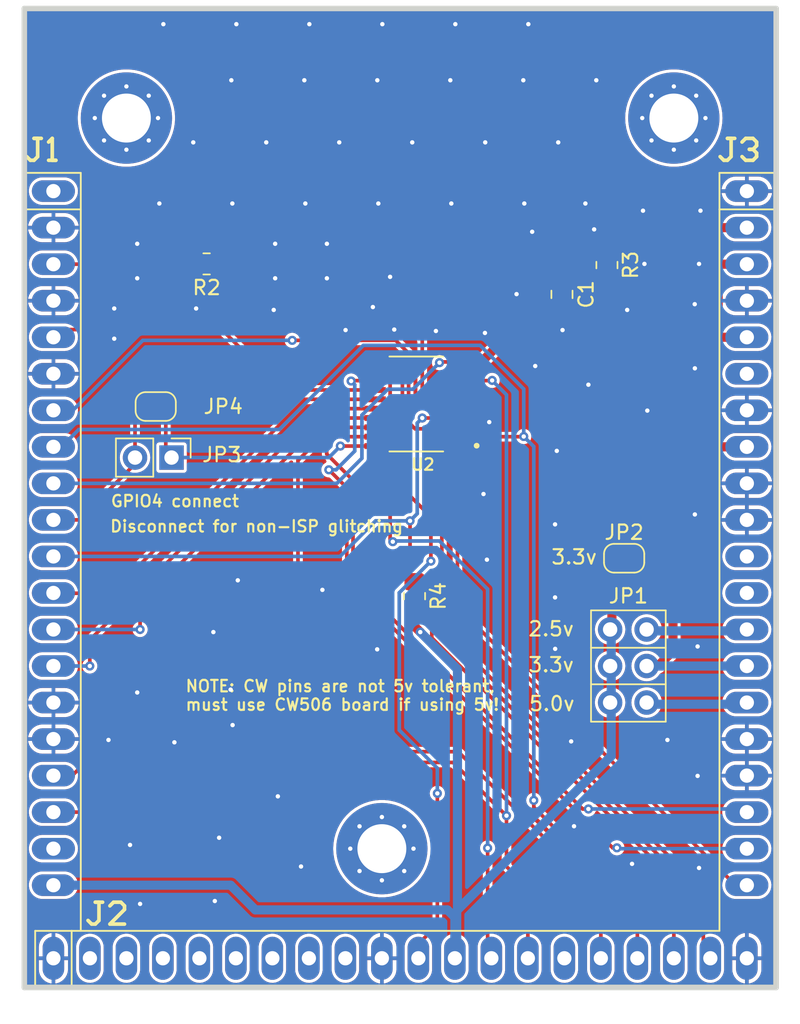
<source format=kicad_pcb>
(kicad_pcb (version 20221018) (generator pcbnew)
  (layers (0 "F.Cu" signal) (31 "B.Cu" signal) (34 "B.Paste" user) (35 "F.Paste" user) (36 "B.SilkS" user "B.Silkscreen") (37 "F.SilkS" user "F.Silkscreen") (38 "B.Mask" user) (39 "F.Mask" user) (44 "Edge.Cuts" user))
  (net 0 "")
  (net 1 "VCC")
  (net 2 "GND")
  (net 3 "Net-(J1-FILT_LP)")
  (net 5 "Net-(J1-CLKOUT)")
  (net 6 "GPI01")
  (net 7 "GPI02")
  (net 8 "GPI03")
  (net 9 "GPI04")
  (net 10 "RST")
  (net 11 "SCK")
  (net 12 "MISO")
  (net 13 "MOSI")
  (net 14 "PDIC")
  (net 15 "PDID")
  (net 26 "CLK")
  (net 27 "VBUS")
  (net 31 "unconnected-(J1-PadMH3)")
  (net 32 "unconnected-(J1-PadMH2)")
  (net 33 "LED1")
  (net 34 "LED2")
  (net 35 "LED3")
  (net 36 "CLKOUT")
  (net 37 "unconnected-(J1-PadMH1)")
  (net 38 "+5V")
  (net 39 "+3.3V")
  (net 40 "+2V5")
  (net 41 "SCL")
  (net 42 "SDA")
  (net 43 "Net-(J1-GPIO4)")
  (footprint "Resistor_SMD:R_0805_2012Metric_Pad1.20x1.40mm_HandSolder" (layer "F.Cu") (at 149.7125 103.985 -90)
    (fp_text reference "R4" (at 0 -1.65 90) (layer "F.SilkS"))
    (fp_text value "10K")
    (pad "1" smd roundrect (at -1 0 270) (size 1.2 1.4) (layers "F.Cu" "F.Paste" "F.Mask") (roundrect_rratio 0.2083333333) (net 10 "RST"))
    (pad "2" smd roundrect (at 1 0 270) (size 1.2 1.4) (layers "F.Cu" "F.Paste" "F.Mask") (roundrect_rratio 0.2083333333) (net 1 "VCC"))
  )
  (footprint "Connector_PinHeader_2.54mm:PinHeader_2x03_P2.54mm_Vertical" (layer "F.Cu") (at 163.325 106.3042)
    (fp_text reference "JP1" (at 1.27 -2.33) (layer "F.SilkS"))
    (fp_text value "Jumper_2_Open")
    (pad "1" thru_hole circle (at 0 0) (size 1.7 1.7) (drill 1) (layers "*.Cu" "*.Mask") (net 1 "VCC"))
    (pad "2" thru_hole oval (at 2.54 0) (size 1.7 1.7) (drill 1) (layers "*.Cu" "*.Mask") (net 40 "+2V5"))
    (pad "3" thru_hole oval (at 0 2.54) (size 1.7 1.7) (drill 1) (layers "*.Cu" "*.Mask") (net 1 "VCC"))
    (pad "4" thru_hole oval (at 2.54 2.54) (size 1.7 1.7) (drill 1) (layers "*.Cu" "*.Mask") (net 39 "+3.3V"))
    (pad "5" thru_hole oval (at 0 5.08) (size 1.7 1.7) (drill 1) (layers "*.Cu" "*.Mask") (net 1 "VCC"))
    (pad "6" thru_hole oval (at 2.54 5.08) (size 1.7 1.7) (drill 1) (layers "*.Cu" "*.Mask") (net 38 "+5V"))
  )
  (footprint "Resistor_SMD:R_0805_2012Metric_Pad1.20x1.40mm_HandSolder" (layer "F.Cu") (at 135.2425 80.885 180)
    (fp_text reference "R2" (at 0 -1.65) (layer "F.SilkS"))
    (fp_text value "100R")
    (pad "1" smd roundrect (at -1 0 180) (size 1.2 1.4) (layers "F.Cu" "F.Paste" "F.Mask") (roundrect_rratio 0.2083333333) (net 26 "CLK"))
    (pad "2" smd roundrect (at 1 0 180) (size 1.2 1.4) (layers "F.Cu" "F.Paste" "F.Mask") (roundrect_rratio 0.2083333333) (net 5 "Net-(J1-CLKOUT)"))
  )
  (footprint "Resistor_SMD:R_0805_2012Metric_Pad1.20x1.40mm_HandSolder" (layer "F.Cu") (at 163.1025 80.965 -90)
    (fp_text reference "R3" (at 0 -1.65 90) (layer "F.SilkS"))
    (fp_text value "51R")
    (pad "1" smd roundrect (at -1 0 270) (size 1.2 1.4) (layers "F.Cu" "F.Paste" "F.Mask") (roundrect_rratio 0.2083333333) (net 27 "VBUS"))
    (pad "2" smd roundrect (at 1 0 270) (size 1.2 1.4) (layers "F.Cu" "F.Paste" "F.Mask") (roundrect_rratio 0.2083333333) (net 3 "Net-(J1-FILT_LP)"))
  )
  (footprint "Jumper:SolderJumper-2_P1.3mm_Open_RoundedPad1.0x1.5mm" (layer "F.Cu") (at 131.7 90.8 180)
    (fp_text reference "JP4" (at -4.7 0) (layer "F.SilkS"))
    (fp_text value "GPIO4_connect")
    (pad "1" smd custom (at -0.65 0 180) (size 1 0.5) (layers "F.Cu" "F.Mask") (net 9 "GPI04") (options (clearance outline) (anchor rect)) (primitives (gr_circle (center 0 0.25) (end 0.5 0.25) (width 0) (fill yes)) (gr_circle (center 0 -0.25) (end 0.5 -0.25) (width 0) (fill yes)) (gr_poly (pts (xy 0.5 0.75) (xy 0 0.75) (xy 0 -0.75) (xy 0.5 -0.75)) (width 0) (fill yes))))
    (pad "2" smd custom (at 0.65 0 180) (size 1 0.5) (layers "F.Cu" "F.Mask") (net 43 "Net-(J1-GPIO4)") (options (clearance outline) (anchor rect)) (primitives (gr_circle (center 0 0.25) (end 0.5 0.25) (width 0) (fill yes)) (gr_circle (center 0 -0.25) (end 0.5 -0.25) (width 0) (fill yes)) (gr_poly (pts (xy 0 0.75) (xy -0.5 0.75) (xy -0.5 -0.75) (xy 0 -0.75)) (width 0) (fill yes))))
  )
  (footprint "N76E003AT20:SOP65P640X120-20N" (layer "F.Cu") (at 149.835 90.625 180)
    (fp_text reference "U2" (at -0.460305 -4.210775 180) (layer "F.SilkS") (effects (font (size 0.800528 0.800528))))
    (fp_text value "N76E003AT20")
    (pad "1" smd roundrect locked (at -2.865 -2.925 180) (size 1.48 0.41) (layers "F.Cu" "F.Paste" "F.Mask") (roundrect_rratio 0.02) (net 35 "LED3"))
    (pad "2" smd roundrect locked (at -2.865 -2.275 180) (size 1.48 0.41) (layers "F.Cu" "F.Paste" "F.Mask") (roundrect_rratio 0.02) (net 7 "GPI02"))
    (pad "3" smd roundrect locked (at -2.865 -1.625 180) (size 1.48 0.41) (layers "F.Cu" "F.Paste" "F.Mask") (roundrect_rratio 0.02) (net 6 "GPI01"))
    (pad "4" smd roundrect locked (at -2.865 -0.975 180) (size 1.48 0.41) (layers "F.Cu" "F.Paste" "F.Mask") (roundrect_rratio 0.02) (net 10 "RST"))
    (pad "5" smd roundrect locked (at -2.865 -0.325 180) (size 1.48 0.41) (layers "F.Cu" "F.Paste" "F.Mask") (roundrect_rratio 0.02) (net 26 "CLK"))
    (pad "6" smd roundrect locked (at -2.865 0.325 180) (size 1.48 0.41) (layers "F.Cu" "F.Paste" "F.Mask") (roundrect_rratio 0.02))
    (pad "7" smd roundrect locked (at -2.865 0.975 180) (size 1.48 0.41) (layers "F.Cu" "F.Paste" "F.Mask") (roundrect_rratio 0.02) (net 2 "GND"))
    (pad "8" smd roundrect locked (at -2.865 1.625 180) (size 1.48 0.41) (layers "F.Cu" "F.Paste" "F.Mask") (roundrect_rratio 0.02) (net 15 "PDID"))
    (pad "9" smd roundrect locked (at -2.865 2.275 180) (size 1.48 0.41) (layers "F.Cu" "F.Paste" "F.Mask") (roundrect_rratio 0.02) (net 27 "VBUS"))
    (pad "10" smd roundrect locked (at -2.865 2.925 180) (size 1.48 0.41) (layers "F.Cu" "F.Paste" "F.Mask") (roundrect_rratio 0.02) (net 8 "GPI03"))
    (pad "11" smd roundrect locked (at 2.865 2.925) (size 1.48 0.41) (layers "F.Cu" "F.Paste" "F.Mask") (roundrect_rratio 0.02) (net 42 "SDA"))
    (pad "12" smd roundrect locked (at 2.865 2.275) (size 1.48 0.41) (layers "F.Cu" "F.Paste" "F.Mask") (roundrect_rratio 0.02) (net 41 "SCL"))
    (pad "13" smd roundrect locked (at 2.865 1.625) (size 1.48 0.41) (layers "F.Cu" "F.Paste" "F.Mask") (roundrect_rratio 0.02) (net 34 "LED2"))
    (pad "14" smd roundrect locked (at 2.865 0.975) (size 1.48 0.41) (layers "F.Cu" "F.Paste" "F.Mask") (roundrect_rratio 0.02) (net 36 "CLKOUT"))
    (pad "15" smd roundrect locked (at 2.865 0.325) (size 1.48 0.41) (layers "F.Cu" "F.Paste" "F.Mask") (roundrect_rratio 0.02) (net 11 "SCK"))
    (pad "16" smd roundrect locked (at 2.865 -0.325) (size 1.48 0.41) (layers "F.Cu" "F.Paste" "F.Mask") (roundrect_rratio 0.02) (net 13 "MOSI"))
    (pad "17" smd roundrect locked (at 2.865 -0.975) (size 1.48 0.41) (layers "F.Cu" "F.Paste" "F.Mask") (roundrect_rratio 0.02) (net 12 "MISO"))
    (pad "18" smd roundrect locked (at 2.865 -1.625) (size 1.48 0.41) (layers "F.Cu" "F.Paste" "F.Mask") (roundrect_rratio 0.02) (net 14 "PDIC"))
    (pad "19" smd roundrect locked (at 2.865 -2.275) (size 1.48 0.41) (layers "F.Cu" "F.Paste" "F.Mask") (roundrect_rratio 0.02) (net 33 "LED1"))
    (pad "20" smd roundrect locked (at 2.865 -2.925) (size 1.48 0.41) (layers "F.Cu" "F.Paste" "F.Mask") (roundrect_rratio 0.02) (net 9 "GPI04"))
  )
  (footprint "Jumper:SolderJumper-2_P1.3mm_Open_RoundedPad1.0x1.5mm" (layer "F.Cu") (at 164.3 101.35)
    (fp_text reference "JP2" (at 0 -1.8) (layer "F.SilkS"))
    (fp_text value "SolderJumper_2_Open")
    (pad "1" smd custom (at -0.65 0) (size 1 0.5) (layers "F.Cu" "F.Mask") (net 1 "VCC") (options (clearance outline) (anchor rect)) (primitives (gr_circle (center 0 0.25) (end 0.5 0.25) (width 0) (fill yes)) (gr_circle (center 0 -0.25) (end 0.5 -0.25) (width 0) (fill yes)) (gr_poly (pts (xy 0.5 0.75) (xy 0 0.75) (xy 0 -0.75) (xy 0.5 -0.75)) (width 0) (fill yes))))
    (pad "2" smd custom (at 0.65 0) (size 1 0.5) (layers "F.Cu" "F.Mask") (net 39 "+3.3V") (options (clearance outline) (anchor rect)) (primitives (gr_circle (center 0 0.25) (end 0.5 0.25) (width 0) (fill yes)) (gr_circle (center 0 -0.25) (end 0.5 -0.25) (width 0) (fill yes)) (gr_poly (pts (xy 0 0.75) (xy -0.5 0.75) (xy -0.5 -0.75) (xy 0 -0.75)) (width 0) (fill yes))))
  )
  (footprint "Connector_PinHeader_2.54mm:PinHeader_1x02_P2.54mm_Vertical" (layer "F.Cu") (at 132.8 94.35 -90)
    (fp_text reference "JP3" (at -0.2 -3.5 -180) (layer "F.SilkS"))
    (fp_text value "GPIO4_connect")
    (pad "1" thru_hole rect (at 0 0 270) (size 1.7 1.7) (drill 1) (layers "*.Cu" "*.Mask") (net 9 "GPI04"))
    (pad "2" thru_hole oval (at 0 2.54 270) (size 1.7 1.7) (drill 1) (layers "*.Cu" "*.Mask") (net 43 "Net-(J1-GPIO4)"))
  )
  (footprint "Capacitor_SMD:C_0805_2012Metric_Pad1.18x1.45mm_HandSolder" (layer "F.Cu") (at 159.9725 83.005 -90)
    (fp_text reference "C1" (at 0 -1.68 90) (layer "F.SilkS"))
    (fp_text value "100nF")
    (pad "1" smd roundrect (at -1.0375 0 270) (size 1.175 1.45) (layers "F.Cu" "F.Paste" "F.Mask") (roundrect_rratio 0.2127659574) (net 3 "Net-(J1-FILT_LP)"))
    (pad "2" smd roundrect (at 1.0375 0 270) (size 1.175 1.45) (layers "F.Cu" "F.Paste" "F.Mask") (roundrect_rratio 0.2127659574) (net 2 "GND"))
  )
  (footprint "chipwhisperer:CW308T_CONNBOARD" (layer "F.Cu") (at 124.5795 75.8242)
    (fp_text reference "J1" hide)
    (fp_text value "CW308T_CONNBOARD" hide)
    (pad "A1" thru_hole oval locked (at 0 0 90) (size 1.4986 2.9972) (drill 0.9906) (layers "*.Cu" "*.Mask"))
    (pad "A2" thru_hole oval locked (at 0 2.54 90) (size 1.4986 2.9972) (drill 0.9906) (layers "*.Cu" "*.Mask") (net 2 "GND"))
    (pad "A3" thru_hole oval locked (at 0 5.08 90) (size 1.4986 2.9972) (drill 0.9906) (layers "*.Cu" "*.Mask") (net 5 "Net-(J1-CLKOUT)"))
    (pad "A4" thru_hole oval locked (at 0 7.62 90) (size 1.4986 2.9972) (drill 0.9906) (layers "*.Cu" "*.Mask") (net 2 "GND"))
    (pad "A5" thru_hole oval locked (at 0 10.16 90) (size 1.4986 2.9972) (drill 0.9906) (layers "*.Cu" "*.Mask") (net 36 "CLKOUT"))
    (pad "A6" thru_hole oval locked (at 0 12.7 90) (size 1.4986 2.9972) (drill 0.9906) (layers "*.Cu" "*.Mask") (net 2 "GND"))
    (pad "A7" thru_hole oval locked (at 0 15.24 90) (size 1.4986 2.9972) (drill 0.9906) (layers "*.Cu" "*.Mask") (net 6 "GPI01"))
    (pad "A8" thru_hole oval locked (at 0 17.78 90) (size 1.4986 2.9972) (drill 0.9906) (layers "*.Cu" "*.Mask") (net 7 "GPI02"))
    (pad "A9" thru_hole oval locked (at 0 20.32 90) (size 1.4986 2.9972) (drill 0.9906) (layers "*.Cu" "*.Mask") (net 8 "GPI03"))
    (pad "A10" thru_hole oval locked (at 0 22.86 90) (size 1.4986 2.9972) (drill 0.9906) (layers "*.Cu" "*.Mask") (net 43 "Net-(J1-GPIO4)"))
    (pad "A11" thru_hole oval locked (at 0 25.4 90) (size 1.4986 2.9972) (drill 0.9906) (layers "*.Cu" "*.Mask") (net 10 "RST"))
    (pad "A12" thru_hole oval locked (at 0 27.94 90) (size 1.4986 2.9972) (drill 0.9906) (layers "*.Cu" "*.Mask") (net 11 "SCK"))
    (pad "A13" thru_hole oval locked (at 0 30.48 90) (size 1.4986 2.9972) (drill 0.9906) (layers "*.Cu" "*.Mask") (net 12 "MISO"))
    (pad "A14" thru_hole oval locked (at 0 33.02 90) (size 1.4986 2.9972) (drill 0.9906) (layers "*.Cu" "*.Mask") (net 13 "MOSI"))
    (pad "A15" thru_hole oval locked (at 0 35.56 90) (size 1.4986 2.9972) (drill 0.9906) (layers "*.Cu" "*.Mask") (net 2 "GND"))
    (pad "A16" thru_hole oval locked (at 0 38.1 90) (size 1.4986 2.9972) (drill 0.9906) (layers "*.Cu" "*.Mask") (net 2 "GND"))
    (pad "A17" thru_hole oval locked (at 0 40.64 90) (size 1.4986 2.9972) (drill 0.9906) (layers "*.Cu" "*.Mask") (net 14 "PDIC"))
    (pad "A18" thru_hole oval locked (at 0 43.18 90) (size 1.4986 2.9972) (drill 0.9906) (layers "*.Cu" "*.Mask") (net 15 "PDID"))
    (pad "A19" thru_hole oval locked (at 0 45.72 90) (size 1.4986 2.9972) (drill 0.9906) (layers "*.Cu" "*.Mask"))
    (pad "A20" thru_hole oval locked (at 0 48.26 90) (size 1.4986 2.9972) (drill 0.9906) (layers "*.Cu" "*.Mask") (net 1 "VCC"))
    (pad "B1" thru_hole oval locked (at 0 53.34 180) (size 1.4986 2.9972) (drill 0.9906) (layers "*.Cu" "*.Mask") (net 2 "GND"))
    (pad "B2" thru_hole oval locked (at 2.54 53.34 180) (size 1.4986 2.9972) (drill 0.9906) (layers "*.Cu" "*.Mask"))
    (pad "B3" thru_hole oval locked (at 5.08 53.34 180) (size 1.4986 2.9972) (drill 0.9906) (layers "*.Cu" "*.Mask"))
    (pad "B4" thru_hole oval locked (at 7.62 53.34 180) (size 1.4986 2.9972) (drill 0.9906) (layers "*.Cu" "*.Mask"))
    (pad "B5" thru_hole oval locked (at 10.16 53.34 180) (size 1.4986 2.9972) (drill 0.9906) (layers "*.Cu" "*.Mask"))
    (pad "B6" thru_hole oval locked (at 12.7 53.34 180) (size 1.4986 2.9972) (drill 0.9906) (layers "*.Cu" "*.Mask"))
    (pad "B7" thru_hole oval locked (at 15.24 53.34 180) (size 1.4986 2.9972) (drill 0.9906) (layers "*.Cu" "*.Mask"))
    (pad "B8" thru_hole oval locked (at 17.78 53.34 180) (size 1.4986 2.9972) (drill 0.9906) (layers "*.Cu" "*.Mask"))
    (pad "B9" thru_hole oval locked (at 20.32 53.34 180) (size 1.4986 2.9972) (drill 0.9906) (layers "*.Cu" "*.Mask"))
    (pad "B10" thru_hole oval locked (at 22.86 53.34 180) (size 1.4986 2.9972) (drill 0.9906) (layers "*.Cu" "*.Mask") (net 2 "GND"))
    (pad "B11" thru_hole oval locked (at 25.4 53.34 180) (size 1.4986 2.9972) (drill 0.9906) (layers "*.Cu" "*.Mask") (net 42 "SDA"))
    (pad "B12" thru_hole oval locked (at 27.94 53.34 180) (size 1.4986 2.9972) (drill 0.9906) (layers "*.Cu" "*.Mask") (net 1 "VCC"))
    (pad "B13" thru_hole oval locked (at 30.48 53.34 180) (size 1.4986 2.9972) (drill 0.9906) (layers "*.Cu" "*.Mask") (net 41 "SCL"))
    (pad "B14" thru_hole oval locked (at 33.02 53.34 180) (size 1.4986 2.9972) (drill 0.9906) (layers "*.Cu" "*.Mask") (net 15 "PDID"))
    (pad "B15" thru_hole oval locked (at 35.56 53.34 180) (size 1.4986 2.9972) (drill 0.9906) (layers "*.Cu" "*.Mask"))
    (pad "B16" thru_hole oval locked (at 38.1 53.34 180) (size 1.4986 2.9972) (drill 0.9906) (layers "*.Cu" "*.Mask") (net 14 "PDIC"))
    (pad "B17" thru_hole oval locked (at 40.64 53.34 180) (size 1.4986 2.9972) (drill 0.9906) (layers "*.Cu" "*.Mask") (net 7 "GPI02"))
    (pad "B18" thru_hole oval locked (at 43.18 53.34 180) (size 1.4986 2.9972) (drill 0.9906) (layers "*.Cu" "*.Mask") (net 10 "RST"))
    (pad "B19" thru_hole oval locked (at 45.72 53.34 180) (size 1.4986 2.9972) (drill 0.9906) (layers "*.Cu" "*.Mask") (net 6 "GPI01"))
    (pad "B20" thru_hole oval locked (at 48.26 53.34 180) (size 1.4986 2.9972) (drill 0.9906) (layers "*.Cu" "*.Mask") (net 2 "GND"))
    (pad "C1" thru_hole oval locked (at 48.26 0 90) (size 1.4986 2.9972) (drill 0.9906) (layers "*.Cu" "*.Mask") (net 2 "GND"))
    (pad "C2" thru_hole oval locked (at 48.26 2.54 90) (size 1.4986 2.9972) (drill 0.9906) (layers "*.Cu" "*.Mask") (net 27 "VBUS"))
    (pad "C3" thru_hole oval locked (at 48.26 5.08 90) (size 1.4986 2.9972) (drill 0.9906) (layers "*.Cu" "*.Mask") (net 3 "Net-(J1-FILT_LP)"))
    (pad "C4" thru_hole oval locked (at 48.26 7.62 90) (size 1.4986 2.9972) (drill 0.9906) (layers "*.Cu" "*.Mask") (net 2 "GND"))
    (pad "C5" thru_hole oval locked (at 48.26 10.16 90) (size 1.4986 2.9972) (drill 0.9906) (layers "*.Cu" "*.Mask") (net 3 "Net-(J1-FILT_LP)"))
    (pad "C6" thru_hole oval locked (at 48.26 12.7 90) (size 1.4986 2.9972) (drill 0.9906) (layers "*.Cu" "*.Mask"))
    (pad "C7" thru_hole oval locked (at 48.26 15.24 90) (size 1.4986 2.9972) (drill 0.9906) (layers "*.Cu" "*.Mask") (net 2 "GND"))
    (pad "C8" thru_hole oval locked (at 48.26 17.78 90) (size 1.4986 2.9972) (drill 0.9906) (layers "*.Cu" "*.Mask") (net 1 "VCC"))
    (pad "C9" thru_hole oval locked (at 48.26 20.32 90) (size 1.4986 2.9972) (drill 0.9906) (layers "*.Cu" "*.Mask") (net 2 "GND"))
    (pad "C10" thru_hole oval locked (at 48.26 22.86 90) (size 1.4986 2.9972) (drill 0.9906) (layers "*.Cu" "*.Mask") (net 2 "GND"))
    (pad "C11" thru_hole oval locked (at 48.26 25.4 90) (size 1.4986 2.9972) (drill 0.9906) (layers "*.Cu" "*.Mask"))
    (pad "C12" thru_hole oval locked (at 48.26 27.94 90) (size 1.4986 2.9972) (drill 0.9906) (layers "*.Cu" "*.Mask"))
    (pad "C13" thru_hole oval locked (at 48.26 30.48 90) (size 1.4986 2.9972) (drill 0.9906) (layers "*.Cu" "*.Mask") (net 40 "+2V5"))
    (pad "C14" thru_hole oval locked (at 48.26 33.02 90) (size 1.4986 2.9972) (drill 0.9906) (layers "*.Cu" "*.Mask") (net 39 "+3.3V"))
    (pad "C15" thru_hole oval locked (at 48.26 35.56 90) (size 1.4986 2.9972) (drill 0.9906) (layers "*.Cu" "*.Mask") (net 38 "+5V"))
    (pad "C16" thru_hole oval locked (at 48.26 38.1 90) (size 1.4986 2.9972) (drill 0.9906) (layers "*.Cu" "*.Mask") (net 2 "GND"))
    (pad "C17" thru_hole oval locked (at 48.26 40.64 90) (size 1.4986 2.9972) (drill 0.9906) (layers "*.Cu" "*.Mask") (net 2 "GND"))
    (pad "C18" thru_hole oval locked (at 48.26 43.18 90) (size 1.4986 2.9972) (drill 0.9906) (layers "*.Cu" "*.Mask") (net 33 "LED1"))
    (pad "C19" thru_hole oval locked (at 48.26 45.72 90) (size 1.4986 2.9972) (drill 0.9906) (layers "*.Cu" "*.Mask") (net 34 "LED2"))
    (pad "C20" thru_hole oval locked (at 48.26 48.26 90) (size 1.4986 2.9972) (drill 0.9906) (layers "*.Cu" "*.Mask") (net 35 "LED3"))
    (pad "MH1" thru_hole circle locked (at 5.08 -5.08 90) (size 6.35 6.35) (drill 3.4036) (layers "*.Cu" "*.Mask") (net 37 "unconnected-(J1-PadMH1)"))
    (pad "MH2" thru_hole circle locked (at 43.18 -5.08 90) (size 6.35 6.35) (drill 3.4036) (layers "*.Cu" "*.Mask") (net 32 "unconnected-(J1-PadMH2)"))
    (pad "MH3" thru_hole circle locked (at 22.86 45.72 90) (size 6.35 6.35) (drill 3.4036) (layers "*.Cu" "*.Mask") (net 31 "unconnected-(J1-PadMH3)"))
  )
  (gr_line (start 173.52084 72.41021) (end 173.52084 72.66395) (stroke (width 0.254)) (layer "F.SilkS"))
  (gr_line (start 124.24509 73.6797) (end 124.75284 73.6797) (stroke (width 0.254)) (layer "F.SilkS"))
  (gr_line (start 123.22935 72.15621) (end 123.48335 72.15621) (stroke (width 0.254)) (layer "F.SilkS"))
  (gr_line (start 128.004 125.265255) (end 127.496 125.265255) (stroke (width 0.254)) (layer "F.SilkS"))
  (gr_line (start 171.99735 72.15621) (end 171.48935 72.15621) (stroke (width 0.254)) (layer "F.SilkS"))
  (gr_line (start 172.75909 73.6797) (end 172.50509 73.4257) (stroke (width 0.254)) (layer "F.SilkS"))
  (gr_line (start 173.26684 73.6797) (end 172.75909 73.6797) (stroke (width 0.254)) (layer "F.SilkS"))
  (gr_line (start 171.48935 72.15621) (end 171.74335 72.15621) (stroke (width 0.254)) (layer "F.SilkS"))
  (gr_line (start 171.48935 73.6797) (end 171.2356 73.6797) (stroke (width 0.254)) (layer "F.SilkS"))
  (gr_line (start 127.24225 126.788745) (end 126.98825 126.534745) (stroke (width 0.254)) (layer "F.SilkS"))
  (gr_line (start 123.22935 73.6797) (end 122.9756 73.6797) (stroke (width 0.254)) (layer "F.SilkS"))
  (gr_line (start 127.496 125.265255) (end 127.75 125.265255) (stroke (width 0.254)) (layer "F.SilkS"))
  (gr_line (start 129.27349 125.265255) (end 128.76574 125.265255) (stroke (width 0.254)) (layer "F.SilkS"))
  (gr_line (start 173.52084 73.17195) (end 173.52084 73.4257) (stroke (width 0.254)) (layer "F.SilkS"))
  (gr_line (start 127.496 126.788745) (end 127.24225 126.788745) (stroke (width 0.254)) (layer "F.SilkS"))
  (gr_line (start 171.74335 72.15621) (end 171.74335 73.4257) (stroke (width 0.254)) (layer "F.SilkS"))
  (gr_line (start 123.48335 73.4257) (end 123.22935 73.6797) (stroke (width 0.254)) (layer "F.SilkS"))
  (gr_line (start 124.49909 73.6797) (end 124.49909 72.15621) (stroke (width 0.254)) (layer "F.SilkS"))
  (gr_line (start 128.51174 126.788745) (end 129.52749 125.772995) (stroke (width 0.254)) (layer "F.SilkS"))
  (gr_line (start 128.76574 125.265255) (end 128.51174 125.519255) (stroke (width 0.254)) (layer "F.SilkS"))
  (gr_line (start 171.2356 73.6797) (end 170.9816 73.4257) (stroke (width 0.254)) (layer "F.SilkS"))
  (gr_line (start 123.48335 72.15621) (end 123.48335 73.4257) (stroke (width 0.254)) (layer "F.SilkS"))
  (gr_line (start 173.26684 72.91795) (end 173.52084 73.17195) (stroke (width 0.254)) (layer "F.SilkS"))
  (gr_line (start 129.52749 125.772995) (end 129.52749 125.519255) (stroke (width 0.254)) (layer "F.SilkS"))
  (gr_line (start 173.01284 72.91795) (end 173.26684 72.91795) (stroke (width 0.254)) (layer "F.SilkS"))
  (gr_line (start 123.73735 72.15621) (end 123.22935 72.15621) (stroke (width 0.254)) (layer "F.SilkS"))
  (gr_line (start 122.9756 73.6797) (end 122.7216 73.4257) (stroke (width 0.254)) (layer "F.SilkS"))
  (gr_line (start 129.52749 126.788745) (end 128.51174 126.788745) (stroke (width 0.254)) (layer "F.SilkS"))
  (gr_line (start 172.75909 72.15621) (end 173.26684 72.15621) (stroke (width 0.254)) (layer "F.SilkS"))
  (gr_line (start 173.26684 72.15621) (end 173.52084 72.41021) (stroke (width 0.254)) (layer "F.SilkS"))
  (gr_line (start 127.75 125.265255) (end 127.75 126.534745) (stroke (width 0.254)) (layer "F.SilkS"))
  (gr_line (start 124.49909 72.15621) (end 124.24509 72.41021) (stroke (width 0.254)) (layer "F.SilkS"))
  (gr_line (start 173.52084 73.4257) (end 173.26684 73.6797) (stroke (width 0.254)) (layer "F.SilkS"))
  (gr_line (start 173.52084 72.66395) (end 173.26684 72.91795) (stroke (width 0.254)) (layer "F.SilkS"))
  (gr_line (start 171.74335 73.4257) (end 171.48935 73.6797) (stroke (width 0.254)) (layer "F.SilkS"))
  (gr_line (start 172.50509 72.41021) (end 172.75909 72.15621) (stroke (width 0.254)) (layer "F.SilkS"))
  (gr_line (start 127.75 126.534745) (end 127.496 126.788745) (stroke (width 0.254)) (layer "F.SilkS"))
  (gr_line (start 129.52749 125.519255) (end 129.27349 125.265255) (stroke (width 0.254)) (layer "F.SilkS"))
  (gr_line (start 173.26684 72.91795) (end 173.01284 72.91795) (stroke (width 0.254)) (layer "F.SilkS"))
  (gr_line (start 124.75284 73.6797) (end 124.49909 73.6797) (stroke (width 0.254)) (layer "F.SilkS"))
  (gr_line (start 174.8805 131.198) (end 174.8805 115.069) (stroke (width 0.381)) (layer "Edge.Cuts"))
  (gr_line (start 122.5565 131.198) (end 122.5565 63.126) (stroke (width 0.381)) (layer "Edge.Cuts"))
  (gr_line (start 122.5565 63.126) (end 174.8805 63.126) (stroke (width 0.381)) (layer "Edge.Cuts"))
  (gr_line (start 174.8805 80.525) (end 174.8805 63.126) (stroke (width 0.381)) (layer "Edge.Cuts"))
  (gr_line (start 174.8805 115.069) (end 174.8805 80.525) (stroke (width 0.381)) (layer "Edge.Cuts"))
  (gr_line (start 122.5565 131.198) (end 174.8805 131.198) (stroke (width 0.381)) (layer "Edge.Cuts"))
  (gr_text "GPIO4 connect" (at 128.5 97.85) (layer "F.SilkS") (effects (font (size 0.8 0.8)) (justify left bottom)))
  (gr_text "Disconnect for non-ISP glitching\n" (at 128.45 99.6) (layer "F.SilkS") (effects (font (size 0.8 0.8)) (justify left bottom)))
  (gr_text "3.3v" (at 157.55 109.35) (layer "F.SilkS") (effects (font (size 1 1)) (justify left bottom)))
  (gr_text "NOTE: CW pins are not 5v tolerant, \nmust use CW506 board if using 5v!" (at 133.7 112) (layer "F.SilkS") (effects (font (size 0.8 0.8)) (justify left bottom)))
  (gr_text "3.3v" (at 159.15 101.85) (layer "F.SilkS") (effects (font (size 1 1)) (justify left bottom)))
  (gr_text "2.5v" (at 157.55 106.85) (layer "F.SilkS") (effects (font (size 1 1)) (justify left bottom)))
  (gr_text "5.0v" (at 157.6 112.05) (layer "F.SilkS") (effects (font (size 1 1)) (justify left bottom)))
  (segment (start 149.7125 106.085) (end 149.7125 104.985) (width 0.635) (layer "F.Cu") (net 1))
  (segment (start 163.45 100) (end 169.8458 93.6042) (width 0.635) (layer "F.Cu") (net 1))
  (segment (start 169.8458 93.6042) (end 172.8395 93.6042) (width 0.635) (layer "F.Cu") (net 1))
  (segment (start 163.45 106.023454) (end 163.45 100) (width 0.635) (layer "F.Cu") (net 1))
  (segment (start 150.1125 106.485) (end 149.7125 106.085) (width 0.635) (layer "F.Cu") (net 1))
  (via (at 150.1125 106.485) (size 0.635) (drill 0.3048) (layers "F.Cu" "B.Cu") (net 1))
  (segment (start 136.9158 124.0842) (end 124.5795 124.0842) (width 0.635) (layer "B.Cu") (net 1))
  (segment (start 152.5195 126.3195) (end 152 125.8) (width 0.635) (layer "B.Cu") (net 1))
  (segment (start 152.65 129.0337) (end 152.65 125.8897) (width 0.635) (layer "B.Cu") (net 1))
  (segment (start 138.6316 125.8) (end 136.9158 124.0842) (width 0.635) (layer "B.Cu") (net 1))
  (segment (start 163.4 115.1) (end 152.7 125.8) (width 0.635) (layer "B.Cu") (net 1))
  (segment (start 152.7 125.8) (end 152.7 109.0725) (width 0.635) (layer "B.Cu") (net 1))
  (segment (start 152.5195 129.1642) (end 152.65 129.0337) (width 0.635) (layer "B.Cu") (net 1))
  (segment (start 152 125.8) (end 138.6316 125.8) (width 0.635) (layer "B.Cu") (net 1))
  (segment (start 163.4 106.35) (end 163.4 115.1) (width 0.635) (layer "B.Cu") (net 1))
  (segment (start 152.7 109.0725) (end 150.1125 106.485) (width 0.635) (layer "B.Cu") (net 1))
  (segment (start 152.5195 129.1642) (end 152.5195 126.3195) (width 0.635) (layer "B.Cu") (net 1))
  (via (at 143.6125 79.485) (size 0.635) (drill 0.3048) (layers "F.Cu" "B.Cu") (net 2))
  (via (at 154.5125 96.885) (size 0.635) (drill 0.3048) (layers "F.Cu" "B.Cu") (net 2))
  (via (at 161.8125 89.285) (size 0.635) (drill 0.3048) (layers "F.Cu" "B.Cu") (net 2))
  (via (at 165.7125 80.885) (size 0.635) (drill 0.3048) (layers "F.Cu" "B.Cu") (net 2))
  (via (at 151.2 85.55) (size 0.635) (drill 0.3048) (layers "F.Cu" "B.Cu") (net 2))
  (via (at 160.0125 85.485) (size 0.635) (drill 0.3048) (layers "F.Cu" "B.Cu") (net 2))
  (via (at 159.4925 104.075) (size 0.635) (drill 0.3048) (layers "F.Cu" "B.Cu") (net 2))
  (via (at 164.5125 84.085) (size 0.635) (drill 0.3048) (layers "F.Cu" "B.Cu") (net 2))
  (via (at 147.1225 68.115) (size 0.635) (drill 0.3048) (layers "F.Cu" "B.Cu") (net 2))
  (via (at 130.6125 125.385) (size 0.635) (drill 0.3048) (layers "F.Cu" "B.Cu") (net 2))
  (via (at 152.2725 76.685) (size 0.635) (drill 0.3048) (layers "F.Cu" "B.Cu") (net 2))
  (via (at 159.4925 98.995) (size 0.635) (drill 0.3048) (layers "F.Cu" "B.Cu") (net 2))
  (via (at 141.8125 122.785) (size 0.635) (drill 0.3048) (layers "F.Cu" "B.Cu") (net 2))
  (via (at 137.3125 64.215) (size 0.635) (drill 0.3048) (layers "F.Cu" "B.Cu") (net 2))
  (via (at 159.7125 72.435) (size 0.635) (drill 0.3048) (layers "F.Cu" "B.Cu") (net 2))
  (via (at 160.8125 119.985) (size 0.635) (drill 0.3048) (layers "F.Cu" "B.Cu") (net 2))
  (via (at 169.4125 107.485) (size 0.635) (drill 0.3048) (layers "F.Cu" "B.Cu") (net 2))
  (via (at 169.2125 83.685) (size 0.635) (drill 0.3048) (layers "F.Cu" "B.Cu") (net 2))
  (via (at 157.2825 68.115) (size 0.635) (drill 0.3048) (layers "F.Cu" "B.Cu") (net 2))
  (via (at 133 114.15) (size 0.635) (drill 0.3048) (layers "F.Cu" "B.Cu") (net 2))
  (via (at 135.8125 125.185) (size 0.635) (drill 0.3048) (layers "F.Cu" "B.Cu") (net 2))
  (via (at 162.2125 78.485) (size 0.635) (drill 0.3048) (layers "F.Cu" "B.Cu") (net 2))
  (via (at 130.4125 79.485) (size 0.635) (drill 0.3048) (layers "F.Cu" "B.Cu") (net 2))
  (via (at 154.6325 72.435) (size 0.635) (drill 0.3048) (layers "F.Cu" "B.Cu") (net 2))
  (via (at 136.9125 110.485) (size 0.635) (drill 0.3048) (layers "F.Cu" "B.Cu") (net 2))
  (via (at 142.0425 68.115) (size 0.635) (drill 0.3048) (layers "F.Cu" "B.Cu") (net 2))
  (via (at 158.1125 87.985) (size 0.635) (drill 0.3048) (layers "F.Cu" "B.Cu") (net 2))
  (via (at 129.9125 121.285) (size 0.635) (drill 0.3048) (layers "F.Cu" "B.Cu") (net 2))
  (via (at 144.4725 72.435) (size 0.635) (drill 0.3048) (layers "F.Cu" "B.Cu") (net 2))
  (via (at 147.4725 64.215) (size 0.635) (drill 0.3048) (layers "F.Cu" "B.Cu") (net 2))
  (via (at 132.2325 64.215) (size 0.635) (drill 0.3048) (layers "F.Cu" "B.Cu") (net 2))
  (via (at 167.3125 113.985) (size 0.635) (drill 0.3048) (layers "F.Cu" "B.Cu") (net 2))
  (via (at 157.6325 64.215) (size 0.635) (drill 0.3048) (layers "F.Cu" "B.Cu") (net 2))
  (via (at 164.85 122.6) (size 0.635) (drill 0.3048) (layers "F.Cu" "B.Cu") (net 2))
  (via (at 169.4125 116.485) (size 0.635) (drill 0.3048) (layers "F.Cu" "B.Cu") (net 2))
  (via (at 137.0325 76.685) (size 0.635) (drill 0.3048) (layers "F.Cu" "B.Cu") (net 2))
  (via (at 128.8125 83.985) (size 0.635) (drill 0.3048) (layers "F.Cu" "B.Cu") (net 2))
  (via (at 140.0125 81.885) (size 0.635) (drill 0.3048) (layers "F.Cu" "B.Cu") (net 2))
  (via (at 154.9125 91.885) (size 0.635) (drill 0.3048) (layers "F.Cu" "B.Cu") (net 2))
  (via (at 169.5125 80.885) (size 0.635) (drill 0.3048) (layers "F.Cu" "B.Cu") (net 2))
  (via (at 139.9125 84.085) (size 0.635) (drill 0.3048) (layers "F.Cu" "B.Cu") (net 2))
  (via (at 154.6125 85.685) (size 0.635) (drill 0.3048) (layers "F.Cu" "B.Cu") (net 2))
  (via (at 128.4125 113.985) (size 0.635) (drill 0.3048) (layers "F.Cu" "B.Cu") (net 2))
  (via (at 154.75 101.45) (size 0.635) (drill 0.3048) (layers "F.Cu" "B.Cu") (net 2))
  (via (at 147.1925 76.685) (size 0.635) (drill 0.3048) (layers "F.Cu" "B.Cu") (net 2))
  (via (at 130.4125 110.685) (size 0.635) (drill 0.3048) (layers "F.Cu" "B.Cu") (net 2))
  (via (at 159.5 107.65) (size 0.635) (drill 0.3048) (layers "F.Cu" "B.Cu") (net 2))
  (via (at 144.9125 85.485) (size 0.635) (drill 0.3048) (layers "F.Cu" "B.Cu") (net 2))
  (via (at 156.8125 82.985) (size 0.635) (drill 0.3048) (layers "F.Cu" "B.Cu") (net 2))
  (via (at 142.3925 64.215) (size 0.635) (drill 0.3048) (layers "F.Cu" "B.Cu") (net 2))
  (via (at 169.5125 122.885) (size 0.635) (drill 0.3048) (layers "F.Cu" "B.Cu") (net 2))
  (via (at 139.3925 72.435) (size 0.635) (drill 0.3048) (layers "F.Cu" "B.Cu") (net 2))
  (via (at 169.2225 88.145) (size 0.635) (drill 0.3048) (layers "F.Cu" "B.Cu") (net 2))
  (via (at 140.2 117.9068) (size 0.635) (drill 0.3048) (layers "F.Cu" "B.Cu") (net 2))
  (via (at 152.2025 68.115) (size 0.635) (drill 0.3048) (layers "F.Cu" "B.Cu") (net 2))
  (via (at 140.0125 79.485) (size 0.635) (drill 0.3048) (layers "F.Cu" "B.Cu") (net 2))
  (via (at 159.6125 93.885) (size 0.635) (drill 0.3048) (layers "F.Cu" "B.Cu") (net 2))
  (via (at 143.6125 81.885) (size 0.635) (drill 0.3048) (layers "F.Cu" "B.Cu") (net 2))
  (via (at 147.1125 107.685) (size 0.635) (drill 0.3048) (layers "F.Cu" "B.Cu") (net 2))
  (via (at 136.1125 120.785) (size 0.635) (drill 0.3048) (layers "F.Cu" "B.Cu") (net 2))
  (via (at 142.1125 76.685) (size 0.635) (drill 0.3048) (layers "F.Cu" "B.Cu") (net 2))
  (via (at 131.9525 76.685) (size 0.635) (drill 0.3048) (layers "F.Cu" "B.Cu") (net 2))
  (via (at 148.0125 81.785) (size 0.635) (drill 0.3048) (layers "F.Cu" "B.Cu") (net 2))
  (via (at 134.5125 83.985) (size 0.635) (drill 0.3048) (layers "F.Cu" "B.Cu") (net 2))
  (via (at 149.5525 72.435) (size 0.635) (drill 0.3048) (layers "F.Cu" "B.Cu") (net 2))
  (via (at 136.9625 68.115) (size 0.635) (drill 0.3048) (layers "F.Cu" "B.Cu") (net 2))
  (via (at 157.9 78.65) (size 0.635) (drill 0.3048) (layers "F.Cu" "B.Cu") (net 2))
  (via (at 165.9125 91.085) (size 0.635) (drill 0.3048) (layers "F.Cu" "B.Cu") (net 2))
  (via (at 134.3125 72.435) (size 0.635) (drill 0.3048) (layers "F.Cu" "B.Cu") (net 2))
  (via (at 148.3 85.45) (size 0.635) (drill 0.3048) (layers "F.Cu" "B.Cu") (net 2))
  (via (at 161.6025 76.685) (size 0.635) (drill 0.3048) (layers "F.Cu" "B.Cu") (net 2))
  (via (at 157.3525 76.685) (size 0.635) (drill 0.3048) (layers "F.Cu" "B.Cu") (net 2))
  (via (at 137.4125 102.885) (size 0.635) (drill 0.3048) (layers "F.Cu" "B.Cu") (net 2))
  (via (at 169.6125 77.185) (size 0.635) (drill 0.3048) (layers "F.Cu" "B.Cu") (net 2))
  (via (at 130.4125 81.885) (size 0.635) (drill 0.3048) (layers "F.Cu" "B.Cu") (net 2))
  (via (at 169.2225 98.305) (size 0.635) (drill 0.3048) (layers "F.Cu" "B.Cu") (net 2))
  (via (at 128.8125 86.085) (size 0.635) (drill 0.3048) (layers "F.Cu" "B.Cu") (net 2))
  (via (at 137.05 112.95) (size 0.635) (drill 0.3048) (layers "F.Cu" "B.Cu") (net 2))
  (via (at 152.5525 64.215) (size 0.635) (drill 0.3048) (layers "F.Cu" "B.Cu") (net 2))
  (via (at 165.6125 77.185) (size 0.635) (drill 0.3048) (layers "F.Cu" "B.Cu") (net 2))
  (via (at 160.6125 114.085) (size 0.635) (drill 0.3048) (layers "F.Cu" "B.Cu") (net 2))
  (via (at 162.3625 68.115) (size 0.635) (drill 0.3048) (layers "F.Cu" "B.Cu") (net 2))
  (via (at 135.7125 106.485) (size 0.635) (drill 0.3048) (layers "F.Cu" "B.Cu") (net 2))
  (via (at 143.3 103.55) (size 0.635) (drill 0.3048) (layers "F.Cu" "B.Cu") (net 2))
  (via (at 146.8125 83.885) (size 0.635) (drill 0.3048) (layers "F.Cu" "B.Cu") (net 2))
  (segment (start 172.8395 80.9042) (end 170.8455 80.9042) (width 0.635) (layer "F.Cu") (net 3))
  (segment (start 172.8395 85.9842) (end 170.8455 85.9842) (width 0.635) (layer "F.Cu") (net 3))
  (segment (start 170.8454 81.965) (end 170.8455 81.9649) (width 0.635) (layer "F.Cu") (net 3))
  (segment (start 170.8454 81.965) (end 163.1025 81.965) (width 0.635) (layer "F.Cu") (net 3))
  (segment (start 163.1 81.9675) (end 159.9725 81.9675) (width 0.635) (layer "F.Cu") (net 3))
  (segment (start 170.8455 81.9649) (end 170.8455 80.9042) (width 0.635) (layer "F.Cu") (net 3))
  (segment (start 170.8455 81.9651) (end 170.8454 81.965) (width 0.635) (layer "F.Cu") (net 3))
  (segment (start 170.8455 85.9842) (end 170.8455 81.9651) (width 0.635) (layer "F.Cu") (net 3))
  (segment (start 124.5795 80.9042) (end 134.2233 80.9042) (width 0.254) (layer "F.Cu") (net 5))
  (segment (start 169.8125 124.4589) (end 151.6125 106.2589) (width 0.254) (layer "F.Cu") (net 6))
  (segment (start 148.4 86.2) (end 141.2 86.2) (width 0.254) (layer "F.Cu") (net 6))
  (segment (start 149.3 91.9) (end 149.3 87.1) (width 0.254) (layer "F.Cu") (net 6))
  (segment (start 149.3 87.1) (end 148.4 86.2) (width 0.254) (layer "F.Cu") (net 6))
  (segment (start 149.75 92.35) (end 149.3 91.9) (width 0.254) (layer "F.Cu") (net 6))
  (segment (start 151.6125 106.2589) (end 151.6125 92.5969) (width 0.254) (layer "F.Cu") (net 6))
  (segment (start 151.8594 92.35) (end 149.75 92.35) (width 0.254) (layer "F.Cu") (net 6))
  (segment (start 151.6125 92.5969) (end 151.9594 92.25) (width 0.254) (layer "F.Cu") (net 6))
  (segment (start 151.9594 92.25) (end 151.8594 92.35) (width 0.254) (layer "F.Cu") (net 6))
  (segment (start 169.8125 128.6772) (end 169.8125 124.4589) (width 0.254) (layer "F.Cu") (net 6))
  (segment (start 151.9594 92.25) (end 152.7 92.25) (width 0.254) (layer "F.Cu") (net 6))
  (via (at 141.2 86.2) (size 0.635) (drill 0.3048) (layers "F.Cu" "B.Cu") (net 6))
  (segment (start 125.9358 91.0642) (end 130.8 86.2) (width 0.254) (layer "B.Cu") (net 6))
  (segment (start 130.8 86.2) (end 141.2 86.2) (width 0.254) (layer "B.Cu") (net 6))
  (segment (start 157.2975 92.9) (end 152.7 92.9) (width 0.254) (layer "F.Cu") (net 7))
  (segment (start 158.0125 118.6625) (end 165.2195 125.8695) (width 0.254) (layer "F.Cu") (net 7))
  (segment (start 158.0125 118.185) (end 158.0125 118.6625) (width 0.254) (layer "F.Cu") (net 7))
  (segment (start 165.2195 125.8695) (end 165.2195 129.1642) (width 0.254) (layer "F.Cu") (net 7))
  (segment (start 157.3125 92.885) (end 157.2975 92.9) (width 0.254) (layer "F.Cu") (net 7))
  (via (at 157.3125 92.885) (size 0.635) (drill 0.3048) (layers "F.Cu" "B.Cu") (net 7))
  (via (at 158.0125 118.185) (size 0.635) (drill 0.3048) (layers "F.Cu" "B.Cu") (net 7))
  (segment (start 140.3 92.4) (end 126.3453 92.4) (width 0.254) (layer "B.Cu") (net 7))
  (segment (start 146.15 86.55) (end 140.3 92.4) (width 0.254) (layer "B.Cu") (net 7))
  (segment (start 158.0125 93.585) (end 158.0125 118.185) (width 0.254) (layer "B.Cu") (net 7))
  (segment (start 154.2775 86.55) (end 146.15 86.55) (width 0.254) (layer "B.Cu") (net 7))
  (segment (start 126.3453 92.4) (end 124.8603 93.885) (width 0.254) (layer "B.Cu") (net 7))
  (segment (start 157.3125 89.585) (end 154.2775 86.55) (width 0.254) (layer "B.Cu") (net 7))
  (segment (start 157.3125 92.885) (end 158.0125 93.585) (width 0.254) (layer "B.Cu") (net 7))
  (segment (start 157.3125 92.885) (end 157.3125 89.585) (width 0.254) (layer "B.Cu") (net 7))
  (segment (start 152.7 87.7) (end 151.5 87.7) (width 0.254) (layer "F.Cu") (net 8))
  (segment (start 151.5 87.7) (end 151.45 87.75) (width 0.254) (layer "F.Cu") (net 8))
  (via (at 151.45 87.75) (size 0.635) (drill 0.3048) (layers "F.Cu" "B.Cu") (net 8))
  (segment (start 146.05 91.4) (end 146.05 94.4) (width 0.254) (layer "B.Cu") (net 8))
  (segment (start 146.05 94.4) (end 144.3058 96.1442) (width 0.254) (layer "B.Cu") (net 8))
  (segment (start 151.45 87.75) (end 149.6 89.6) (width 0.254) (layer "B.Cu") (net 8))
  (segment (start 149.6 89.6) (end 147.85 89.6) (width 0.254) (layer "B.Cu") (net 8))
  (segment (start 144.3058 96.1442) (end 124.5795 96.1442) (width 0.254) (layer "B.Cu") (net 8))
  (segment (start 147.85 89.6) (end 146.05 91.4) (width 0.254) (layer "B.Cu") (net 8))
  (segment (start 144.55 93.55) (end 146.77 93.55) (width 0.254) (layer "F.Cu") (net 9))
  (segment (start 146.77 93.55) (end 146.87 93.65) (width 0.254) (layer "F.Cu") (net 9))
  (segment (start 132.4 90.85) (end 132.4 93.95) (width 0.254) (layer "F.Cu") (net 9))
  (via (at 144.55 93.55) (size 0.635) (drill 0.3048) (layers "F.Cu" "B.Cu") (net 9))
  (segment (start 144.55 93.55) (end 143.75 94.35) (width 0.254) (layer "B.Cu") (net 9))
  (segment (start 143.75 94.35) (end 132.8 94.35) (width 0.254) (layer "B.Cu") (net 9))
  (segment (start 150.25 91.6) (end 152.7 91.6) (width 0.254) (layer "F.Cu") (net 10))
  (segment (start 149.4 98.75) (end 149.4 102.6725) (width 0.254) (layer "F.Cu") (net 10))
  (segment (start 167.7595 123.732) (end 167.7595 129.1642) (width 0.254) (layer "F.Cu") (net 10))
  (segment (start 149.4 102.6725) (end 150.9125 104.185) (width 0.254) (layer "F.Cu") (net 10))
  (segment (start 150.9125 104.185) (end 150.9125 106.885) (width 0.254) (layer "F.Cu") (net 10))
  (segment (start 150.9125 106.885) (end 167.7595 123.732) (width 0.254) (layer "F.Cu") (net 10))
  (via (at 149.4 98.75) (size 0.635) (drill 0.3048) (layers "F.Cu" "B.Cu") (net 10))
  (via (at 150.25 91.6) (size 0.635) (drill 0.3048) (layers "F.Cu" "B.Cu") (net 10))
  (segment (start 150.25 91.6) (end 149.9 91.95) (width 0.254) (layer "B.Cu") (net 10))
  (segment (start 147 98.75) (end 144.5258 101.2242) (width 0.254) (layer "B.Cu") (net 10))
  (segment (start 144.5258 101.2242) (end 124.5795 101.2242) (width 0.254) (layer "B.Cu") (net 10))
  (segment (start 149.9 91.95) (end 149.9 98.25) (width 0.254) (layer "B.Cu") (net 10))
  (segment (start 149.4 98.75) (end 147 98.75) (width 0.254) (layer "B.Cu") (net 10))
  (segment (start 149.9 98.25) (end 149.4 98.75) (width 0.254) (layer "B.Cu") (net 10))
  (segment (start 146.97 90.3) (end 142.1 90.3) (width 0.254) (layer "F.Cu") (net 11))
  (segment (start 142.1 90.3) (end 128.615 103.785) (width 0.254) (layer "F.Cu") (net 11))
  (segment (start 128.615 103.785) (end 124.6003 103.785) (width 0.254) (layer "F.Cu") (net 11))
  (segment (start 130.6125 106.3042) (end 130.6125 104.5375) (width 0.254) (layer "F.Cu") (net 12))
  (segment (start 130.6125 104.5375) (end 143.55 91.6) (width 0.254) (layer "F.Cu") (net 12))
  (segment (start 143.55 91.6) (end 146.97 91.6) (width 0.254) (layer "F.Cu") (net 12))
  (via (at 130.6125 106.3042) (size 0.635) (drill 0.3048) (layers "F.Cu" "B.Cu") (net 12))
  (segment (start 130.6125 106.3042) (end 124.5795 106.3042) (width 0.254) (layer "B.Cu") (net 12))
  (segment (start 127.1125 108.8442) (end 127.1125 107.0375) (width 0.254) (layer "F.Cu") (net 13))
  (segment (start 143.2 90.95) (end 146.97 90.95) (width 0.254) (layer "F.Cu") (net 13))
  (segment (start 127.1125 107.0375) (end 143.2 90.95) (width 0.254) (layer "F.Cu") (net 13))
  (via (at 127.1125 108.8442) (size 0.635) (drill 0.3048) (layers "F.Cu" "B.Cu") (net 13))
  (segment (start 127.1125 108.8442) (end 124.5795 108.8442) (width 0.254) (layer "B.Cu") (net 13))
  (segment (start 162.6795 124.7295) (end 162.6795 129.1642) (width 0.254) (layer "F.Cu") (net 14))
  (segment (start 143.9 92.25) (end 146.97 92.25) (width 0.254) (layer "F.Cu") (net 14))
  (segment (start 152.75 114.8) (end 162.6795 124.7295) (width 0.254) (layer "F.Cu") (net 14))
  (segment (start 141.6 115.1) (end 141.6 94.55) (width 0.254) (layer "F.Cu") (net 14))
  (segment (start 141.6 94.55) (end 143.9 92.25) (width 0.254) (layer "F.Cu") (net 14))
  (segment (start 127.55 114.8) (end 152.75 114.8) (width 0.254) (layer "F.Cu") (net 14))
  (segment (start 141.65 115.15) (end 141.6 115.1) (width 0.254) (layer "F.Cu") (net 14))
  (segment (start 125.8858 116.4642) (end 127.55 114.8) (width 0.254) (layer "F.Cu") (net 14))
  (segment (start 141.439342 115.55) (end 137.15 115.55) (width 0.254) (layer "F.Cu") (net 15))
  (segment (start 156.1125 122.785) (end 157.5995 124.272) (width 0.254) (layer "F.Cu") (net 15))
  (segment (start 141.471142 115.5818) (end 141.439342 115.55) (width 0.254) (layer "F.Cu") (net 15))
  (segment (start 155.1125 88.985) (end 155.0975 89) (width 0.254) (layer "F.Cu") (net 15))
  (segment (start 157.5995 124.272) (end 157.5995 129.1642) (width 0.254) (layer "F.Cu") (net 15))
  (segment (start 155.0975 89) (end 152.7 89) (width 0.254) (layer "F.Cu") (net 15))
  (segment (start 156.1125 119.25) (end 156.1 119.25) (width 0.254) (layer "F.Cu") (net 15))
  (segment (start 156.1 119.25) (end 152.4 115.55) (width 0.254) (layer "F.Cu") (net 15))
  (segment (start 152.4 115.55) (end 141.860658 115.55) (width 0.254) (layer "F.Cu") (net 15))
  (segment (start 156.1125 119.25) (end 156.1125 122.785) (width 0.254) (layer "F.Cu") (net 15))
  (segment (start 133.6958 119.0042) (end 124.5795 119.0042) (width 0.254) (layer "F.Cu") (net 15))
  (segment (start 141.828858 115.5818) (end 141.471142 115.5818) (width 0.254) (layer "F.Cu") (net 15))
  (segment (start 137.15 115.55) (end 133.6958 119.0042) (width 0.254) (layer "F.Cu") (net 15))
  (segment (start 141.860658 115.55) (end 141.828858 115.5818) (width 0.254) (layer "F.Cu") (net 15))
  (via (at 155.1125 88.985) (size 0.635) (drill 0.3048) (layers "F.Cu" "B.Cu") (net 15))
  (via (at 156.1125 119.25) (size 0.635) (drill 0.3048) (layers "F.Cu" "B.Cu") (net 15))
  (segment (start 156.1125 119.25) (end 156.1125 89.985) (width 0.254) (layer "B.Cu") (net 15))
  (segment (start 156.1125 89.985) (end 155.1125 88.985) (width 0.254) (layer "B.Cu") (net 15))
  (segment (start 145.0125 80.885) (end 136.2425 80.885) (width 0.254) (layer "F.Cu") (net 26))
  (segment (start 150.25 90.5225) (end 150.25 86.1225) (width 0.254) (layer "F.Cu") (net 26))
  (segment (start 150.25 86.1225) (end 145.0125 80.885) (width 0.254) (layer "F.Cu") (net 26))
  (segment (start 152.5046 90.985) (end 150.7125 90.985) (width 0.254) (layer "F.Cu") (net 26))
  (segment (start 152.6198 90.8698) (end 152.5046 90.985) (width 0.254) (layer "F.Cu") (net 26))
  (segment (start 150.7125 90.985) (end 150.25 90.5225) (width 0.254) (layer "F.Cu") (net 26))
  (segment (start 153.7225 88.35) (end 158.1125 83.96) (width 0.635) (layer "F.Cu") (net 27))
  (segment (start 164.7033 78.3642) (end 163.1025 79.965) (width 0.635) (layer "F.Cu") (net 27))
  (segment (start 158.1125 83.96) (end 158.1125 80.7375) (width 0.635) (layer "F.Cu") (net 27))
  (segment (start 158.1125 80.7375) (end 158.885 79.965) (width 0.635) (layer "F.Cu") (net 27))
  (segment (start 172.8395 78.3642) (end 164.7033 78.3642) (width 0.635) (layer "F.Cu") (net 27))
  (segment (start 153.7225 88.35) (end 152.7 88.35) (width 0.4098) (layer "F.Cu") (net 27))
  (segment (start 158.885 79.965) (end 163.1025 79.965) (width 0.635) (layer "F.Cu") (net 27))
  (via locked (at 148.99514 123.09984) (size 0.635) (drill 0.3048) (layers "F.Cu" "B.Cu") (net 31))
  (via locked (at 147.4395 123.7442) (size 0.635) (drill 0.3048) (layers "F.Cu" "B.Cu") (net 31))
  (via locked (at 148.99514 119.98856) (size 0.635) (drill 0.3048) (layers "F.Cu" "B.Cu") (net 31))
  (via locked (at 145.88386 123.09984) (size 0.635) (drill 0.3048) (layers "F.Cu" "B.Cu") (net 31))
  (via locked (at 145.2395 121.5442) (size 0.635) (drill 0.3048) (layers "F.Cu" "B.Cu") (net 31))
  (via locked (at 145.88386 119.98856) (size 0.635) (drill 0.3048) (layers "F.Cu" "B.Cu") (net 31))
  (via locked (at 147.4395 119.3442) (size 0.635) (drill 0.3048) (layers "F.Cu" "B.Cu") (net 31))
  (via locked (at 149.6395 121.5442) (size 0.635) (drill 0.3048) (layers "F.Cu" "B.Cu") (net 31))
  (via locked (at 166.20386 69.18856) (size 0.6) (drill 0.3) (layers "F.Cu" "B.Cu") (net 32))
  (via locked (at 169.31514 72.29984) (size 0.6) (drill 0.3) (layers "F.Cu" "B.Cu") (net 32))
  (via locked (at 169.31514 69.18856) (size 0.6) (drill 0.3) (layers "F.Cu" "B.Cu") (net 32))
  (via locked (at 169.9595 70.7442) (size 0.6) (drill 0.3) (layers "F.Cu" "B.Cu") (net 32))
  (via locked (at 166.20386 72.29984) (size 0.6) (drill 0.3) (layers "F.Cu" "B.Cu") (net 32))
  (via locked (at 167.7595 68.5442) (size 0.6) (drill 0.3) (layers "F.Cu" "B.Cu") (net 32))
  (via locked (at 167.7595 72.9442) (size 0.6) (drill 0.3) (layers "F.Cu" "B.Cu") (net 32))
  (via locked (at 165.5595 70.7442) (size 0.6) (drill 0.3) (layers "F.Cu" "B.Cu") (net 32))
  (segment (start 145.4318 95.9318) (end 143.6 94.1) (width 0.254) (layer "F.Cu") (net 33))
  (segment (start 145.4318 102.804299) (end 145.4318 95.9318) (width 0.254) (layer "F.Cu") (net 33))
  (segment (start 143.6 93.45) (end 144.15 92.9) (width 0.254) (layer "F.Cu") (net 33))
  (segment (start 144.15 92.9) (end 146.97 92.9) (width 0.254) (layer "F.Cu") (net 33))
  (segment (start 161.8125 118.785) (end 161.4125 118.785) (width 0.254) (layer "F.Cu") (net 33))
  (segment (start 143.6 94.1) (end 143.6 93.45) (width 0.254) (layer "F.Cu") (net 33))
  (segment (start 161.4125 118.785) (end 145.4318 102.804299) (width 0.254) (layer "F.Cu") (net 33))
  (via (at 161.8125 118.785) (size 0.635) (drill 0.3048) (layers "F.Cu" "B.Cu") (net 33))
  (segment (start 161.8125 118.785) (end 172.2203 118.785) (width 0.254) (layer "B.Cu") (net 33))
  (segment (start 163.501843 121.485) (end 163.7962 121.485) (width 0.254) (layer "F.Cu") (net 34))
  (segment (start 145.3 89.0282) (end 145.3282 89) (width 0.254) (layer "F.Cu") (net 34))
  (segment (start 143.75 95.2) (end 145 96.45) (width 0.254) (layer "F.Cu") (net 34))
  (segment (start 145 102.983157) (end 163.501843 121.485) (width 0.254) (layer "F.Cu") (net 34))
  (segment (start 145 96.45) (end 145 102.983157) (width 0.254) (layer "F.Cu") (net 34))
  (segment (start 145.3282 89) (end 146.97 89) (width 0.254) (layer "F.Cu") (net 34))
  (via (at 145.3 89.0282) (size 0.635) (drill 0.3048) (layers "F.Cu" "B.Cu") (net 34))
  (via (at 163.7962 121.485) (size 0.635) (drill 0.3048) (layers "F.Cu" "B.Cu") (net 34))
  (via (at 143.75 95.2) (size 0.635) (drill 0.3048) (layers "F.Cu" "B.Cu") (net 34))
  (segment (start 163.8554 121.5442) (end 172.8395 121.5442) (width 0.254) (layer "B.Cu") (net 34))
  (segment (start 145.55 89.2782) (end 145.3 89.0282) (width 0.254) (layer "B.Cu") (net 34))
  (segment (start 144.25 95.2) (end 145.55 93.9) (width 0.254) (layer "B.Cu") (net 34))
  (segment (start 143.75 95.2) (end 144.25 95.2) (width 0.254) (layer "B.Cu") (net 34))
  (segment (start 163.7962 121.485) (end 163.8554 121.5442) (width 0.254) (layer "B.Cu") (net 34))
  (segment (start 145.55 93.9) (end 145.55 89.2782) (width 0.254) (layer "B.Cu") (net 34))
  (segment (start 152.7 104.73625) (end 172.04795 124.0842) (width 0.254) (layer "F.Cu") (net 35))
  (segment (start 152.7 93.55) (end 152.7 104.73625) (width 0.254) (layer "F.Cu") (net 35))
  (segment (start 125.1137 85.45) (end 136.3 85.45) (width 0.254) (layer "F.Cu") (net 36))
  (segment (start 136.3 85.45) (end 140.5 89.65) (width 0.254) (layer "F.Cu") (net 36))
  (segment (start 140.5 89.65) (end 146.97 89.65) (width 0.254) (layer "F.Cu") (net 36))
  (via locked (at 131.21514 69.18856) (size 0.6) (drill 0.3) (layers "F.Cu" "B.Cu") (net 37))
  (via locked (at 131.21514 72.29984) (size 0.6) (drill 0.3) (layers "F.Cu" "B.Cu") (net 37))
  (via locked (at 129.6595 72.9442) (size 0.6) (drill 0.3) (layers "F.Cu" "B.Cu") (net 37))
  (via locked (at 129.6595 68.5442) (size 0.6) (drill 0.3) (layers "F.Cu" "B.Cu") (net 37))
  (via locked (at 127.4595 70.7442) (size 0.6) (drill 0.3) (layers "F.Cu" "B.Cu") (net 37))
  (via locked (at 128.10386 72.29984) (size 0.6) (drill 0.3) (layers "F.Cu" "B.Cu") (net 37))
  (via locked (at 131.8595 70.7442) (size 0.6) (drill 0.3) (layers "F.Cu" "B.Cu") (net 37))
  (via locked (at 128.10386 69.18856) (size 0.6) (drill 0.3) (layers "F.Cu" "B.Cu") (net 37))
  (segment (start 172.7237 111.5) (end 166.01 111.5) (width 0.635) (layer "B.Cu") (net 38))
  (segment (start 164.95 101.8) (end 167.7 104.55) (width 0.635) (layer "F.Cu") (net 39))
  (segment (start 167.7 104.55) (end 167.7 107.8) (width 0.635) (layer "F.Cu") (net 39))
  (segment (start 167.7 107.8) (end 166.6558 108.8442) (width 0.635) (layer "F.Cu") (net 39))
  (segment (start 164.95 101.35) (end 164.95 101.8) (width 0.635) (layer "F.Cu") (net 39))
  (segment (start 166.6558 108.8442) (end 165.865 108.8442) (width 0.635) (layer "F.Cu") (net 39))
  (segment (start 172.8395 108.8442) (end 165.8942 108.8442) (width 0.635) (layer "B.Cu") (net 39))
  (segment (start 172.7437 106.4) (end 165.99 106.4) (width 0.635) (layer "B.Cu") (net 40))
  (segment (start 154.8 121.5) (end 154.8 128.9047) (width 0.254) (layer "F.Cu") (net 41))
  (segment (start 148.0148 100.0148) (end 148.0148 88.673551) (width 0.254) (layer "F.Cu") (net 41))
  (segment (start 154.8 128.9047) (end 155.0595 129.1642) (width 0.254) (layer "F.Cu") (net 41))
  (segment (start 148.0148 88.673551) (end 147.691249 88.35) (width 0.254) (layer "F.Cu") (net 41))
  (segment (start 147.691249 88.35) (end 146.97 88.35) (width 0.254) (layer "F.Cu") (net 41))
  (segment (start 148.2 100.2) (end 148.0148 100.0148) (width 0.254) (layer "F.Cu") (net 41))
  (via (at 154.8 121.5) (size 0.635) (drill 0.3048) (layers "F.Cu" "B.Cu") (net 41))
  (via (at 148.2 100.2) (size 0.635) (drill 0.3048) (layers "F.Cu" "B.Cu") (net 41))
  (segment (start 154.8 121.5) (end 154.8 103.5) (width 0.254) (layer "B.Cu") (net 41))
  (segment (start 151.45 100.15) (end 148.25 100.15) (width 0.254) (layer "B.Cu") (net 41))
  (segment (start 148.25 100.15) (end 148.2 100.2) (width 0.254) (layer "B.Cu") (net 41))
  (segment (start 154.8 103.5) (end 151.45 100.15) (width 0.254) (layer "B.Cu") (net 41))
  (segment (start 148.3 87.7) (end 146.97 87.7) (width 0.254) (layer "F.Cu") (net 42))
  (segment (start 151.3 126.85) (end 149.9795 128.1705) (width 0.254) (layer "F.Cu") (net 42))
  (segment (start 148.8682 88.2682) (end 148.3 87.7) (width 0.254) (layer "F.Cu") (net 42))
  (segment (start 151.3 117.7) (end 151.3 126.85) (width 0.254) (layer "F.Cu") (net 42))
  (segment (start 149.9795 128.1705) (end 149.9795 129.1642) (width 0.254) (layer "F.Cu") (net 42))
  (segment (start 150.85 101.55) (end 150.85 98.469934) (width 0.254) (layer "F.Cu") (net 42))
  (segment (start 150.85 98.469934) (end 148.8682 96.488134) (width 0.254) (layer "F.Cu") (net 42))
  (segment (start 148.8682 96.488134) (end 148.8682 88.2682) (width 0.254) (layer "F.Cu") (net 42))
  (via (at 150.85 101.55) (size 0.635) (drill 0.3048) (layers "F.Cu" "B.Cu") (net 42))
  (via (at 151.3 117.7) (size 0.635) (drill 0.3048) (layers "F.Cu" "B.Cu") (net 42))
  (segment (start 151.3 115.95) (end 148.65 113.3) (width 0.254) (layer "B.Cu") (net 42))
  (segment (start 148.65 103.75) (end 150.85 101.55) (width 0.254) (layer "B.Cu") (net 42))
  (segment (start 148.65 113.3) (end 148.65 103.75) (width 0.254) (layer "B.Cu") (net 42))
  (segment (start 151.3 117.7) (end 151.3 115.95) (width 0.254) (layer "B.Cu") (net 42))
  (segment (start 130.26 91.59) (end 130.26 94.35) (width 0.254) (layer "F.Cu") (net 43))
  (segment (start 130.26 94.79) (end 126.3658 98.6842) (width 0.254) (layer "F.Cu") (net 43))
  (segment (start 131.05 90.8) (end 130.26 91.59) (width 0.254) (layer "F.Cu") (net 43))
  (segment (start 126.3658 98.6842) (end 124.5795 98.6842) (width 0.254) (layer "F.Cu") (net 43))
  (zone (net 2) (net_name "GND") (layers "F&B.Cu") (connect_pads (clearance 0.21)) (min_thickness 0.25) (fill yes (thermal_gap 0.2667) (thermal_bridge_width 0.254))
    (polygon (pts (xy 176.5625 62.535) (xy 176.5625 133.135) (xy 175.9625 133.735) (xy 122.8125 133.735) (xy 120.8625 131.785) (xy 120.8625 63.885) (xy 122.2125 62.535)))
  )
)
</source>
